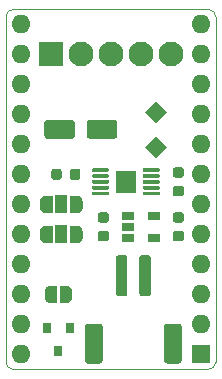
<source format=gbr>
%TF.GenerationSoftware,KiCad,Pcbnew,5.1.6+dfsg1-1~bpo10+1*%
%TF.CreationDate,Date%
%TF.ProjectId,ProMicro_ZPM,50726f4d-6963-4726-9f5f-5a504d2e6b69,v1.0*%
%TF.SameCoordinates,Original*%
%TF.FileFunction,Soldermask,Top*%
%TF.FilePolarity,Negative*%
%FSLAX45Y45*%
G04 Gerber Fmt 4.5, Leading zero omitted, Abs format (unit mm)*
G04 Created by KiCad*
%MOMM*%
%LPD*%
G01*
G04 APERTURE LIST*
%TA.AperFunction,Profile*%
%ADD10C,0.100000*%
%TD*%
%ADD11R,1.680000X1.880000*%
%ADD12C,0.150000*%
%ADD13R,0.800000X0.900000*%
%ADD14C,2.100000*%
%ADD15R,2.100000X2.100000*%
%ADD16R,1.060000X0.650000*%
%ADD17R,1.000000X1.500000*%
%ADD18O,1.600000X1.600000*%
%ADD19R,1.600000X1.600000*%
G04 APERTURE END LIST*
D10*
X-63500Y-127000D02*
G75*
G02*
X-127000Y-63500I0J63500D01*
G01*
X1651000Y-63500D02*
G75*
G02*
X1587500Y-127000I-63500J0D01*
G01*
X1587500Y2921000D02*
G75*
G02*
X1651000Y2857500I0J-63500D01*
G01*
X-127000Y2857500D02*
G75*
G02*
X-63500Y2921000I63500J0D01*
G01*
X-127000Y-63500D02*
X-127000Y2857500D01*
X1587500Y-127000D02*
X-63500Y-127000D01*
X1651000Y2857500D02*
X1651000Y-63500D01*
X-63500Y2921000D02*
X1587500Y2921000D01*
G36*
G01*
X458000Y1960000D02*
X458000Y1850000D01*
G75*
G02*
X433000Y1825000I-25000J0D01*
G01*
X223000Y1825000D01*
G75*
G02*
X198000Y1850000I0J25000D01*
G01*
X198000Y1960000D01*
G75*
G02*
X223000Y1985000I25000J0D01*
G01*
X433000Y1985000D01*
G75*
G02*
X458000Y1960000I0J-25000D01*
G01*
G37*
G36*
G01*
X818000Y1960000D02*
X818000Y1850000D01*
G75*
G02*
X793000Y1825000I-25000J0D01*
G01*
X583000Y1825000D01*
G75*
G02*
X558000Y1850000I0J25000D01*
G01*
X558000Y1960000D01*
G75*
G02*
X583000Y1985000I25000J0D01*
G01*
X793000Y1985000D01*
G75*
G02*
X818000Y1960000I0J-25000D01*
G01*
G37*
D11*
X889000Y1460500D03*
G36*
G01*
X746500Y1368000D02*
X746500Y1353000D01*
G75*
G02*
X739000Y1345500I-7500J0D01*
G01*
X609000Y1345500D01*
G75*
G02*
X601500Y1353000I0J7500D01*
G01*
X601500Y1368000D01*
G75*
G02*
X609000Y1375500I7500J0D01*
G01*
X739000Y1375500D01*
G75*
G02*
X746500Y1368000I0J-7500D01*
G01*
G37*
G36*
G01*
X746500Y1418000D02*
X746500Y1403000D01*
G75*
G02*
X739000Y1395500I-7500J0D01*
G01*
X609000Y1395500D01*
G75*
G02*
X601500Y1403000I0J7500D01*
G01*
X601500Y1418000D01*
G75*
G02*
X609000Y1425500I7500J0D01*
G01*
X739000Y1425500D01*
G75*
G02*
X746500Y1418000I0J-7500D01*
G01*
G37*
G36*
G01*
X746500Y1468000D02*
X746500Y1453000D01*
G75*
G02*
X739000Y1445500I-7500J0D01*
G01*
X609000Y1445500D01*
G75*
G02*
X601500Y1453000I0J7500D01*
G01*
X601500Y1468000D01*
G75*
G02*
X609000Y1475500I7500J0D01*
G01*
X739000Y1475500D01*
G75*
G02*
X746500Y1468000I0J-7500D01*
G01*
G37*
G36*
G01*
X746500Y1518000D02*
X746500Y1503000D01*
G75*
G02*
X739000Y1495500I-7500J0D01*
G01*
X609000Y1495500D01*
G75*
G02*
X601500Y1503000I0J7500D01*
G01*
X601500Y1518000D01*
G75*
G02*
X609000Y1525500I7500J0D01*
G01*
X739000Y1525500D01*
G75*
G02*
X746500Y1518000I0J-7500D01*
G01*
G37*
G36*
G01*
X746500Y1568000D02*
X746500Y1553000D01*
G75*
G02*
X739000Y1545500I-7500J0D01*
G01*
X609000Y1545500D01*
G75*
G02*
X601500Y1553000I0J7500D01*
G01*
X601500Y1568000D01*
G75*
G02*
X609000Y1575500I7500J0D01*
G01*
X739000Y1575500D01*
G75*
G02*
X746500Y1568000I0J-7500D01*
G01*
G37*
G36*
G01*
X1176500Y1568000D02*
X1176500Y1553000D01*
G75*
G02*
X1169000Y1545500I-7500J0D01*
G01*
X1039000Y1545500D01*
G75*
G02*
X1031500Y1553000I0J7500D01*
G01*
X1031500Y1568000D01*
G75*
G02*
X1039000Y1575500I7500J0D01*
G01*
X1169000Y1575500D01*
G75*
G02*
X1176500Y1568000I0J-7500D01*
G01*
G37*
G36*
G01*
X1176500Y1518000D02*
X1176500Y1503000D01*
G75*
G02*
X1169000Y1495500I-7500J0D01*
G01*
X1039000Y1495500D01*
G75*
G02*
X1031500Y1503000I0J7500D01*
G01*
X1031500Y1518000D01*
G75*
G02*
X1039000Y1525500I7500J0D01*
G01*
X1169000Y1525500D01*
G75*
G02*
X1176500Y1518000I0J-7500D01*
G01*
G37*
G36*
G01*
X1176500Y1468000D02*
X1176500Y1453000D01*
G75*
G02*
X1169000Y1445500I-7500J0D01*
G01*
X1039000Y1445500D01*
G75*
G02*
X1031500Y1453000I0J7500D01*
G01*
X1031500Y1468000D01*
G75*
G02*
X1039000Y1475500I7500J0D01*
G01*
X1169000Y1475500D01*
G75*
G02*
X1176500Y1468000I0J-7500D01*
G01*
G37*
G36*
G01*
X1176500Y1418000D02*
X1176500Y1403000D01*
G75*
G02*
X1169000Y1395500I-7500J0D01*
G01*
X1039000Y1395500D01*
G75*
G02*
X1031500Y1403000I0J7500D01*
G01*
X1031500Y1418000D01*
G75*
G02*
X1039000Y1425500I7500J0D01*
G01*
X1169000Y1425500D01*
G75*
G02*
X1176500Y1418000I0J-7500D01*
G01*
G37*
G36*
G01*
X1176500Y1368000D02*
X1176500Y1353000D01*
G75*
G02*
X1169000Y1345500I-7500J0D01*
G01*
X1039000Y1345500D01*
G75*
G02*
X1031500Y1353000I0J7500D01*
G01*
X1031500Y1368000D01*
G75*
G02*
X1039000Y1375500I7500J0D01*
G01*
X1169000Y1375500D01*
G75*
G02*
X1176500Y1368000I0J-7500D01*
G01*
G37*
G36*
G01*
X1307875Y1044500D02*
X1359125Y1044500D01*
G75*
G02*
X1381000Y1022625I0J-21875D01*
G01*
X1381000Y978875D01*
G75*
G02*
X1359125Y957000I-21875J0D01*
G01*
X1307875Y957000D01*
G75*
G02*
X1286000Y978875I0J21875D01*
G01*
X1286000Y1022625D01*
G75*
G02*
X1307875Y1044500I21875J0D01*
G01*
G37*
G36*
G01*
X1307875Y1202000D02*
X1359125Y1202000D01*
G75*
G02*
X1381000Y1180125I0J-21875D01*
G01*
X1381000Y1136375D01*
G75*
G02*
X1359125Y1114500I-21875J0D01*
G01*
X1307875Y1114500D01*
G75*
G02*
X1286000Y1136375I0J21875D01*
G01*
X1286000Y1180125D01*
G75*
G02*
X1307875Y1202000I21875J0D01*
G01*
G37*
D12*
G36*
X382500Y582940D02*
G01*
X384953Y582940D01*
X389836Y582459D01*
X394649Y581502D01*
X399344Y580077D01*
X403878Y578200D01*
X408205Y575886D01*
X412285Y573160D01*
X416078Y570048D01*
X419548Y566578D01*
X422660Y562785D01*
X425386Y558705D01*
X427699Y554378D01*
X429577Y549845D01*
X431002Y545149D01*
X431959Y540337D01*
X432440Y535453D01*
X432440Y533000D01*
X432500Y533000D01*
X432500Y483000D01*
X432440Y483000D01*
X432440Y480547D01*
X431959Y475663D01*
X431002Y470851D01*
X429577Y466155D01*
X427699Y461622D01*
X425386Y457295D01*
X422660Y453215D01*
X419548Y449422D01*
X416078Y445952D01*
X412285Y442840D01*
X408205Y440114D01*
X403878Y437800D01*
X399344Y435923D01*
X394649Y434498D01*
X389836Y433541D01*
X384953Y433060D01*
X382500Y433060D01*
X382500Y433000D01*
X332500Y433000D01*
X332500Y583000D01*
X382500Y583000D01*
X382500Y582940D01*
G37*
G36*
X302500Y433000D02*
G01*
X252500Y433000D01*
X252500Y433060D01*
X250047Y433060D01*
X245163Y433541D01*
X240351Y434498D01*
X235655Y435923D01*
X231122Y437800D01*
X226795Y440114D01*
X222715Y442840D01*
X218922Y445952D01*
X215452Y449422D01*
X212340Y453215D01*
X209614Y457295D01*
X207300Y461622D01*
X205423Y466155D01*
X203998Y470851D01*
X203041Y475663D01*
X202560Y480547D01*
X202560Y483000D01*
X202500Y483000D01*
X202500Y533000D01*
X202560Y533000D01*
X202560Y535453D01*
X203041Y540337D01*
X203998Y545149D01*
X205423Y549845D01*
X207300Y554378D01*
X209614Y558705D01*
X212340Y562785D01*
X215452Y566578D01*
X218922Y570048D01*
X222715Y573160D01*
X226795Y575886D01*
X231122Y578200D01*
X235655Y580077D01*
X240351Y581502D01*
X245163Y582459D01*
X250047Y582940D01*
X252500Y582940D01*
X252500Y583000D01*
X302500Y583000D01*
X302500Y433000D01*
G37*
G36*
G01*
X1212500Y-54000D02*
X1212500Y236000D01*
G75*
G02*
X1237500Y261000I25000J0D01*
G01*
X1337500Y261000D01*
G75*
G02*
X1362500Y236000I0J-25000D01*
G01*
X1362500Y-54000D01*
G75*
G02*
X1337500Y-79000I-25000J0D01*
G01*
X1237500Y-79000D01*
G75*
G02*
X1212500Y-54000I0J25000D01*
G01*
G37*
G36*
G01*
X542500Y-54000D02*
X542500Y236000D01*
G75*
G02*
X567500Y261000I25000J0D01*
G01*
X667500Y261000D01*
G75*
G02*
X692500Y236000I0J-25000D01*
G01*
X692500Y-54000D01*
G75*
G02*
X667500Y-79000I-25000J0D01*
G01*
X567500Y-79000D01*
G75*
G02*
X542500Y-54000I0J25000D01*
G01*
G37*
G36*
G01*
X1002500Y516000D02*
X1002500Y816000D01*
G75*
G02*
X1027500Y841000I25000J0D01*
G01*
X1077500Y841000D01*
G75*
G02*
X1102500Y816000I0J-25000D01*
G01*
X1102500Y516000D01*
G75*
G02*
X1077500Y491000I-25000J0D01*
G01*
X1027500Y491000D01*
G75*
G02*
X1002500Y516000I0J25000D01*
G01*
G37*
G36*
G01*
X802500Y516000D02*
X802500Y816000D01*
G75*
G02*
X827500Y841000I25000J0D01*
G01*
X877500Y841000D01*
G75*
G02*
X902500Y816000I0J-25000D01*
G01*
X902500Y516000D01*
G75*
G02*
X877500Y491000I-25000J0D01*
G01*
X827500Y491000D01*
G75*
G02*
X802500Y516000I0J25000D01*
G01*
G37*
G36*
G01*
X724125Y1114500D02*
X672875Y1114500D01*
G75*
G02*
X651000Y1136375I0J21875D01*
G01*
X651000Y1180125D01*
G75*
G02*
X672875Y1202000I21875J0D01*
G01*
X724125Y1202000D01*
G75*
G02*
X746000Y1180125I0J-21875D01*
G01*
X746000Y1136375D01*
G75*
G02*
X724125Y1114500I-21875J0D01*
G01*
G37*
G36*
G01*
X724125Y957000D02*
X672875Y957000D01*
G75*
G02*
X651000Y978875I0J21875D01*
G01*
X651000Y1022625D01*
G75*
G02*
X672875Y1044500I21875J0D01*
G01*
X724125Y1044500D01*
G75*
G02*
X746000Y1022625I0J-21875D01*
G01*
X746000Y978875D01*
G75*
G02*
X724125Y957000I-21875J0D01*
G01*
G37*
D13*
X317500Y27000D03*
X222500Y227000D03*
X412500Y227000D03*
D14*
X1270000Y2540000D03*
X1016000Y2540000D03*
X762000Y2540000D03*
X508000Y2540000D03*
D15*
X254000Y2540000D03*
D16*
X1126000Y1174500D03*
X1126000Y984500D03*
X906000Y984500D03*
X906000Y1079500D03*
X906000Y1174500D03*
D12*
G36*
X1051076Y1755000D02*
G01*
X1143000Y1846924D01*
X1234924Y1755000D01*
X1143000Y1663076D01*
X1051076Y1755000D01*
G37*
G36*
X1051076Y2055000D02*
G01*
X1143000Y2146924D01*
X1234924Y2055000D01*
X1143000Y1963076D01*
X1051076Y2055000D01*
G37*
G36*
G01*
X346000Y1549625D02*
X346000Y1498375D01*
G75*
G02*
X324125Y1476500I-21875J0D01*
G01*
X280375Y1476500D01*
G75*
G02*
X258500Y1498375I0J21875D01*
G01*
X258500Y1549625D01*
G75*
G02*
X280375Y1571500I21875J0D01*
G01*
X324125Y1571500D01*
G75*
G02*
X346000Y1549625I0J-21875D01*
G01*
G37*
G36*
G01*
X503500Y1549625D02*
X503500Y1498375D01*
G75*
G02*
X481625Y1476500I-21875J0D01*
G01*
X437875Y1476500D01*
G75*
G02*
X416000Y1498375I0J21875D01*
G01*
X416000Y1549625D01*
G75*
G02*
X437875Y1571500I21875J0D01*
G01*
X481625Y1571500D01*
G75*
G02*
X503500Y1549625I0J-21875D01*
G01*
G37*
G36*
G01*
X1359125Y1495500D02*
X1307875Y1495500D01*
G75*
G02*
X1286000Y1517375I0J21875D01*
G01*
X1286000Y1561125D01*
G75*
G02*
X1307875Y1583000I21875J0D01*
G01*
X1359125Y1583000D01*
G75*
G02*
X1381000Y1561125I0J-21875D01*
G01*
X1381000Y1517375D01*
G75*
G02*
X1359125Y1495500I-21875J0D01*
G01*
G37*
G36*
G01*
X1359125Y1338000D02*
X1307875Y1338000D01*
G75*
G02*
X1286000Y1359875I0J21875D01*
G01*
X1286000Y1403625D01*
G75*
G02*
X1307875Y1425500I21875J0D01*
G01*
X1359125Y1425500D01*
G75*
G02*
X1381000Y1403625I0J-21875D01*
G01*
X1381000Y1359875D01*
G75*
G02*
X1359125Y1338000I-21875J0D01*
G01*
G37*
G36*
X267900Y1195000D02*
G01*
X212900Y1195000D01*
X212900Y1195060D01*
X210447Y1195060D01*
X205563Y1195541D01*
X200751Y1196498D01*
X196055Y1197923D01*
X191522Y1199801D01*
X187195Y1202114D01*
X183115Y1204840D01*
X179322Y1207952D01*
X175852Y1211422D01*
X172740Y1215215D01*
X170014Y1219295D01*
X167701Y1223622D01*
X165823Y1228156D01*
X164398Y1232851D01*
X163441Y1237664D01*
X162960Y1242547D01*
X162960Y1245000D01*
X162900Y1245000D01*
X162900Y1295000D01*
X162960Y1295000D01*
X162960Y1297453D01*
X163441Y1302337D01*
X164398Y1307149D01*
X165823Y1311845D01*
X167701Y1316378D01*
X170014Y1320705D01*
X172740Y1324785D01*
X175852Y1328578D01*
X179322Y1332048D01*
X183115Y1335160D01*
X187195Y1337886D01*
X191522Y1340200D01*
X196055Y1342077D01*
X200751Y1343502D01*
X205563Y1344459D01*
X210447Y1344940D01*
X212900Y1344940D01*
X212900Y1345000D01*
X267900Y1345000D01*
X267900Y1195000D01*
G37*
D17*
X342900Y1270000D03*
D12*
G36*
X472900Y1344940D02*
G01*
X475353Y1344940D01*
X480236Y1344459D01*
X485049Y1343502D01*
X489744Y1342077D01*
X494278Y1340200D01*
X498605Y1337886D01*
X502685Y1335160D01*
X506478Y1332048D01*
X509948Y1328578D01*
X513060Y1324785D01*
X515786Y1320705D01*
X518099Y1316378D01*
X519977Y1311845D01*
X521402Y1307149D01*
X522359Y1302337D01*
X522840Y1297453D01*
X522840Y1295000D01*
X522900Y1295000D01*
X522900Y1245000D01*
X522840Y1245000D01*
X522840Y1242547D01*
X522359Y1237664D01*
X521402Y1232851D01*
X519977Y1228156D01*
X518099Y1223622D01*
X515786Y1219295D01*
X513060Y1215215D01*
X509948Y1211422D01*
X506478Y1207952D01*
X502685Y1204840D01*
X498605Y1202114D01*
X494278Y1199801D01*
X489744Y1197923D01*
X485049Y1196498D01*
X480236Y1195541D01*
X475353Y1195060D01*
X472900Y1195060D01*
X472900Y1195000D01*
X417900Y1195000D01*
X417900Y1345000D01*
X472900Y1345000D01*
X472900Y1344940D01*
G37*
G36*
X417900Y1091000D02*
G01*
X472900Y1091000D01*
X472900Y1090940D01*
X475353Y1090940D01*
X480236Y1090459D01*
X485049Y1089502D01*
X489744Y1088077D01*
X494278Y1086200D01*
X498605Y1083886D01*
X502685Y1081160D01*
X506478Y1078048D01*
X509948Y1074578D01*
X513060Y1070785D01*
X515786Y1066705D01*
X518099Y1062378D01*
X519977Y1057845D01*
X521402Y1053149D01*
X522359Y1048336D01*
X522840Y1043453D01*
X522840Y1041000D01*
X522900Y1041000D01*
X522900Y991000D01*
X522840Y991000D01*
X522840Y988547D01*
X522359Y983663D01*
X521402Y978851D01*
X519977Y974155D01*
X518099Y969622D01*
X515786Y965295D01*
X513060Y961215D01*
X509948Y957422D01*
X506478Y953952D01*
X502685Y950840D01*
X498605Y948114D01*
X494278Y945800D01*
X489744Y943923D01*
X485049Y942498D01*
X480236Y941541D01*
X475353Y941060D01*
X472900Y941060D01*
X472900Y941000D01*
X417900Y941000D01*
X417900Y1091000D01*
G37*
D17*
X342900Y1016000D03*
D12*
G36*
X212900Y941060D02*
G01*
X210447Y941060D01*
X205563Y941541D01*
X200751Y942498D01*
X196055Y943923D01*
X191522Y945800D01*
X187195Y948114D01*
X183115Y950840D01*
X179322Y953952D01*
X175852Y957422D01*
X172740Y961215D01*
X170014Y965295D01*
X167701Y969622D01*
X165823Y974155D01*
X164398Y978851D01*
X163441Y983663D01*
X162960Y988547D01*
X162960Y991000D01*
X162900Y991000D01*
X162900Y1041000D01*
X162960Y1041000D01*
X162960Y1043453D01*
X163441Y1048336D01*
X164398Y1053149D01*
X165823Y1057845D01*
X167701Y1062378D01*
X170014Y1066705D01*
X172740Y1070785D01*
X175852Y1074578D01*
X179322Y1078048D01*
X183115Y1081160D01*
X187195Y1083886D01*
X191522Y1086200D01*
X196055Y1088077D01*
X200751Y1089502D01*
X205563Y1090459D01*
X210447Y1090940D01*
X212900Y1090940D01*
X212900Y1091000D01*
X267900Y1091000D01*
X267900Y941000D01*
X212900Y941000D01*
X212900Y941060D01*
G37*
D18*
X0Y0D03*
X0Y254000D03*
X0Y508000D03*
X1524000Y2794000D03*
X0Y762000D03*
X1524000Y2540000D03*
X0Y1016000D03*
X1524000Y2286000D03*
X0Y1270000D03*
X1524000Y2032000D03*
X0Y1524000D03*
X1524000Y1778000D03*
X0Y1778000D03*
X1524000Y1524000D03*
X0Y2032000D03*
X1524000Y1270000D03*
X0Y2286000D03*
X1524000Y1016000D03*
X0Y2540000D03*
X1524000Y762000D03*
X0Y2794000D03*
X1524000Y508000D03*
X1524000Y254000D03*
D19*
X1524000Y0D03*
M02*

</source>
